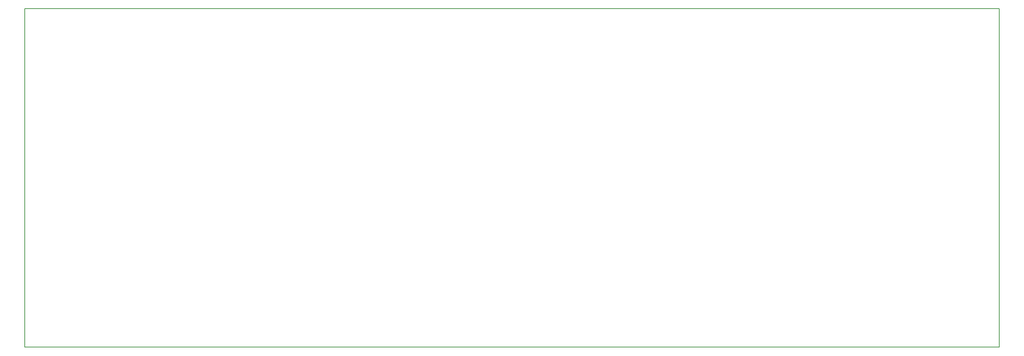
<source format=gbr>
G04 #@! TF.GenerationSoftware,KiCad,Pcbnew,(5.0.1-3-g963ef8bb5)*
G04 #@! TF.CreationDate,2019-11-20T19:59:20+01:00*
G04 #@! TF.ProjectId,RushBox2,52757368426F78322E6B696361645F70,rev?*
G04 #@! TF.SameCoordinates,Original*
G04 #@! TF.FileFunction,Profile,NP*
%FSLAX46Y46*%
G04 Gerber Fmt 4.6, Leading zero omitted, Abs format (unit mm)*
G04 Created by KiCad (PCBNEW (5.0.1-3-g963ef8bb5)) date 2019 November 20, Wednesday 19:59:20*
%MOMM*%
%LPD*%
G01*
G04 APERTURE LIST*
%ADD10C,0.200000*%
G04 APERTURE END LIST*
D10*
X270000000Y-135000000D02*
X270000000Y-55000000D01*
X270000000Y-55000000D02*
X40000000Y-55000000D01*
X40000000Y-55000000D02*
X40000000Y-135000000D01*
X40000000Y-135000000D02*
X270000000Y-135000000D01*
M02*

</source>
